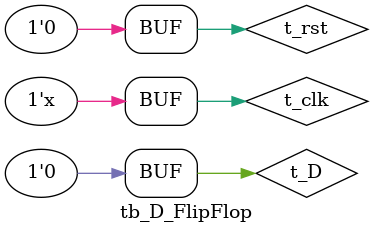
<source format=v>
module tb_D_FlipFlop;

reg t_clk;
reg t_rst;
reg t_D;
wire t_Q;
wire t_Qbar;

D_FlipFlop t_D_FlipFlop
(
	.clk(t_clk),
	.rst(t_rst),
	.D(t_D),
	.Q(t_Q),
	.Qbar(t_Qbar)
);	

initial
begin	
	t_clk = 1'b1; // Å¬·°½ÅÈ£ ÃÊ±âÈ­
	t_D = 1'b0;
	t_rst = 1'b0;
end

always	// t = 0 ÀÏ ¶§ºÎÅÍ ÁÖ±â°¡ 10nsÀÎ Å¬·°½ÅÈ£ ¹ß»ý
begin
	#5 t_clk = ~t_clk;
end

always // t = 0 ÀÏ ¶§ºÎÅÍ 5ns¸¶´Ù ÀÔ·Â ½ÅÈ£ º¯È­
begin
	#10 t_D = 1'b1; 
	#10 t_D = 1'b0;
	#10 t_D = 1'b1;
	#5  t_rst = 1'b1;
	#5  t_D = 1'b0; 
	#10 t_D = 1'b0; 
	#10 t_D = 1'b1;
	#5  t_rst = 1'b0;
	#5  t_D = 1'b0; 
	#10 t_D = 1'b1; 
	#10 t_D = 1'b0;
end

endmodule

</source>
